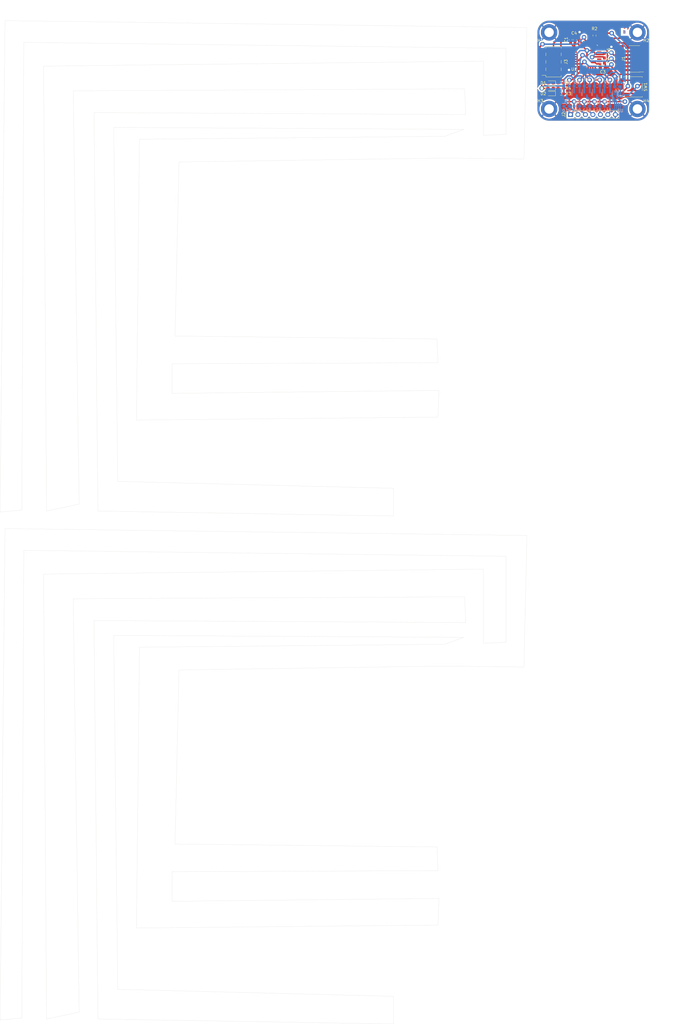
<source format=kicad_pcb>
(kicad_pcb (version 20221018) (generator pcbnew)
  (layers (0 "F.Cu" signal) (31 "B.Cu" signal) (34 "B.Paste" user) (35 "F.Paste" user) (36 "B.SilkS" user "B.Silkscreen") (37 "F.SilkS" user "F.Silkscreen") (38 "B.Mask" user) (39 "F.Mask" user) (44 "Edge.Cuts" user))
  (net 0 "")
  (net 1 "+5V-v2-")
  (net 2 "GND-v2-")
  (net 3 "+3.3V-v2-")
  (net 4 "Net-(D1-K)-v2-")
  (net 6 "Net-(D3-K)-v2-")
  (net 7 "Status_LED-v2-")
  (net 8 "Data_Clock_SNES-v2-")
  (net 9 "Data_Latch_SNES-v2-")
  (net 10 "Net-(D2-K)-v2-")
  (net 11 "Serial_Data1_SNES-v2-")
  (net 12 "Serial_Data2_SNES-v2-")
  (net 13 "SPI_Chip_Select-v2-")
  (net 14 "Chip_Enable-v2-")
  (net 15 "SPI_Digital_Input-v2-")
  (net 16 "SPI_Clock-v2-")
  (net 17 "SPI_Digital_Output-v2-")
  (net 18 "IOBit_SNES-v2-")
  (net 19 "Data_Clock_STM32-v2-")
  (net 20 "Data_Latch_STM32-v2-")
  (net 21 "Appairing_Btn-v2-")
  (net 22 "Net-(U2-BP)-v2-")
  (net 23 "SWDIO-v2-")
  (net 24 "SWDCK-v2-")
  (net 27 "NRST-v2-")
  (net 28 "USART2_RX-v2-")
  (net 29 "USART2_TX-v2-")
  (net 30 "Serial_Data1_STM32-v2-")
  (net 31 "IOBit_STM32-v2-")
  (net 32 "Serial_Data2_STM32-v2-")
  (footprint "MountingHole:MountingHole_3.2mm_M3_DIN965_Pad" (layer "F.Cu") (at 217.75 31.25)
    (fp_text reference "H4")
    (fp_text value "MountingHole_Pad")
  )
  (footprint "Capacitor_SMD:C_0603_1608Metric_Pad1.08x0.95mm_HandSolder" (layer "F.Cu") (at 196.55 7.75 90)
    (fp_text reference "C4")
    (fp_text value "100n")
  )
  (footprint "Package_QFP:LQFP-32_7x7mm_P0.8mm" (layer "F.Cu") (at 200.6 13.15 180)
    (fp_text reference "U1")
    (fp_text value "STM32L412KBTx")
  )
  (footprint "Resistor_SMD:R_0603_1608Metric_Pad0.98x0.95mm_HandSolder" (layer "F.Cu") (at 203.17 6.32 90)
    (fp_text reference "R2")
    (fp_text value "10k")
  )
  (footprint "Diode_SMD:D_0603_1608Metric_Pad1.05x0.95mm_HandSolder" (layer "F.Cu") (at 188.26875 26.05 180)
    (fp_text reference "D2")
    (fp_text value "LED_Small")
  )
  (footprint "MountingHole:MountingHole_3.2mm_M3_DIN965_Pad" (layer "F.Cu") (at 187.75 5.25)
    (fp_text reference "H1")
    (fp_text value "MountingHole_Pad")
  )
  (footprint "Diode_SMD:D_0603_1608Metric_Pad1.05x0.95mm_HandSolder" (layer "F.Cu") (at 188.26875 24.25 180)
    (fp_text reference "D3")
    (fp_text value "LED")
  )
  (footprint "Connector_PinSocket_2.54mm:PinSocket_2x04_P2.54mm_Vertical_SMD" (layer "F.Cu") (at 189.25 15.25 180)
    (fp_text reference "J3")
    (fp_text value "Conn_01x08_Socket")
  )
  (footprint "Capacitor_SMD:C_0603_1608Metric_Pad1.08x0.95mm_HandSolder" (layer "F.Cu") (at 206.0025 17.19)
    (fp_text reference "C3")
    (fp_text value "100n")
  )
  (footprint "Diode_SMD:D_0603_1608Metric_Pad1.05x0.95mm_HandSolder" (layer "F.Cu") (at 188.26875 22.45 180)
    (fp_text reference "D1")
    (fp_text value "LED_Small")
  )
  (footprint "Connector_PinHeader_2.54mm:PinHeader_1x07_P2.54mm_Vertical" (layer "F.Cu") (at 195 33.15 90)
    (fp_text reference "J2")
    (fp_text value "Conn_01x07_Socket")
  )
  (footprint "Button_Switch_SMD:SW_SPST_B3S-1000" (layer "F.Cu") (at 216.25 23.75 180)
    (fp_text reference "SW1")
    (fp_text value "SW_SPST")
  )
  (footprint "Capacitor_SMD:C_0603_1608Metric_Pad1.08x0.95mm_HandSolder" (layer "F.Cu") (at 206.51 14.8025 90)
    (fp_text reference "C2")
    (fp_text value "100n")
  )
  (footprint "Connector_PinHeader_1.27mm:PinHeader_2x07_P1.27mm_Vertical_SMD" (layer "F.Cu") (at 216.75 14.25 180)
    (fp_text reference "J1")
    (fp_text value "Conn_02x07_Odd_Even")
  )
  (footprint "Resistor_SMD:R_0603_1608Metric_Pad0.98x0.95mm_HandSolder" (layer "F.Cu") (at 191.76875 26.05)
    (fp_text reference "R3")
    (fp_text value "1k")
  )
  (footprint "Capacitor_SMD:C_0603_1608Metric_Pad1.08x0.95mm_HandSolder" (layer "F.Cu") (at 195.05 7.75 90)
    (fp_text reference "C1")
    (fp_text value "10u")
  )
  (footprint "Resistor_SMD:R_0603_1608Metric_Pad0.98x0.95mm_HandSolder" (layer "F.Cu") (at 191.76875 24.25)
    (fp_text reference "R4")
    (fp_text value "1k")
  )
  (footprint "MountingHole:MountingHole_3.2mm_M3_DIN965_Pad" (layer "F.Cu") (at 187.75 31.25)
    (fp_text reference "H3")
    (fp_text value "MountingHole_Pad")
  )
  (footprint "Resistor_SMD:R_0603_1608Metric_Pad0.98x0.95mm_HandSolder" (layer "F.Cu") (at 191.76875 22.45)
    (fp_text reference "R1")
    (fp_text value "1k")
  )
  (footprint "Capacitor_SMD:C_0603_1608Metric_Pad1.08x0.95mm_HandSolder" (layer "F.Cu") (at 206.51 11.5 90)
    (fp_text reference "C5")
    (fp_text value "100n")
  )
  (footprint "MountingHole:MountingHole_3.2mm_M3_DIN965_Pad" (layer "F.Cu") (at 217.75 5.25)
    (fp_text reference "H2")
    (fp_text value "MountingHole_Pad")
  )
  (footprint "Package_SO:MSOP-8_3x3mm_P0.65mm" (layer "B.Cu") (at 211.0125 27.9 -90)
    (fp_text reference "U2")
    (fp_text value "MIC5219-3.3YMM")
  )
  (footprint "Resistor_SMD:R_0603_1608Metric_Pad0.98x0.95mm_HandSolder" (layer "B.Cu") (at 197.15 30.35)
    (fp_text reference "R11")
    (fp_text value "10k")
  )
  (footprint "Resistor_SMD:R_0603_1608Metric_Pad0.98x0.95mm_HandSolder" (layer "B.Cu") (at 207.5 30.35)
    (fp_text reference "R14")
    (fp_text value "10k")
  )
  (footprint "Resistor_SMD:R_0603_1608Metric_Pad0.98x0.95mm_HandSolder" (layer "B.Cu") (at 200.6 23.45)
    (fp_text reference "R7")
    (fp_text value "10k")
  )
  (footprint "Package_TO_SOT_SMD:SOT-23" (layer "B.Cu") (at 207.5 26.15 -90)
    (fp_text reference "Q5")
    (fp_text value "2N7002")
  )
  (footprint "Resistor_SMD:R_0603_1608Metric_Pad0.98x0.95mm_HandSolder" (layer "B.Cu") (at 204.05 23.45)
    (fp_text reference "R8")
    (fp_text value "10k")
  )
  (footprint "Resistor_SMD:R_0603_1608Metric_Pad0.98x0.95mm_HandSolder" (layer "B.Cu") (at 204.05 30.35)
    (fp_text reference "R13")
    (fp_text value "10k")
  )
  (footprint "Resistor_SMD:R_0603_1608Metric_Pad0.98x0.95mm_HandSolder" (layer "B.Cu") (at 193.7 23.45)
    (fp_text reference "R5")
    (fp_text value "10k")
  )
  (footprint "Resistor_SMD:R_0603_1608Metric_Pad0.98x0.95mm_HandSolder" (layer "B.Cu") (at 193.7 30.35)
    (fp_text reference "R10")
    (fp_text value "10k")
  )
  (footprint "Package_TO_SOT_SMD:SOT-23" (layer "B.Cu") (at 204.05 26.15 -90)
    (fp_text reference "Q4")
    (fp_text value "2N7002")
  )
  (footprint "Capacitor_SMD:C_0603_1608Metric_Pad1.08x0.95mm_HandSolder" (layer "B.Cu") (at 210.9 22.2 180)
    (fp_text reference "C7")
    (fp_text value "2.2u")
  )
  (footprint "Capacitor_SMD:C_0603_1608Metric_Pad1.08x0.95mm_HandSolder" (layer "B.Cu") (at 210.9 23.7 180)
    (fp_text reference "C6")
    (fp_text value "470p")
  )
  (footprint "Resistor_SMD:R_0603_1608Metric_Pad0.98x0.95mm_HandSolder" (layer "B.Cu") (at 200.6 30.35)
    (fp_text reference "R12")
    (fp_text value "10k")
  )
  (footprint "Resistor_SMD:R_0603_1608Metric_Pad0.98x0.95mm_HandSolder" (layer "B.Cu") (at 207.5 23.45)
    (fp_text reference "R9")
    (fp_text value "10k")
  )
  (footprint "Package_TO_SOT_SMD:SOT-23" (layer "B.Cu") (at 200.6 26.15 -90)
    (fp_text reference "Q3")
    (fp_text value "2N7002")
  )
  (footprint "Resistor_SMD:R_0603_1608Metric_Pad0.98x0.95mm_HandSolder" (layer "B.Cu") (at 197.15 23.45)
    (fp_text reference "R6")
    (fp_text value "10k")
  )
  (footprint "Package_TO_SOT_SMD:SOT-23" (layer "B.Cu") (at 197.15 26.15 -90)
    (fp_text reference "Q2")
    (fp_text value "2N7002")
  )
  (footprint "Package_TO_SOT_SMD:SOT-23" (layer "B.Cu") (at 193.7 26.15 -90)
    (fp_text reference "Q1")
    (fp_text value "2N7002")
  )
  (gr_line (start 173.159937 39.85989) (end 165.439937 40.19989) (stroke (width 0.05)) (layer "Edge.Cuts"))
  (gr_line (start 47.589937 136.89989) (end 149.999937 135.88989) (stroke (width 0.05)) (layer "Edge.Cuts"))
  (gr_line (start 33.149937 32.47989) (end 34.489937 167.78989) (stroke (width 0.05)) (layer "Edge.Cuts"))
  (gr_line (start 47.589937 309.39989) (end 149.999937 308.38989) (stroke (width 0.05)) (layer "Edge.Cuts"))
  (gr_line (start 159.399937 205.64989) (end 33.149937 204.97989) (stroke (width 0.05)) (layer "Edge.Cuts"))
  (gr_line (start 158.729937 210.68989) (end 152.349937 213.03989) (stroke (width 0.05)) (layer "Edge.Cuts"))
  (gr_line (start 2.929937 1.24989) (end 1.249937 168.12989) (stroke (width 0.05)) (layer "Edge.Cuts"))
  (gr_arc (start 187.75 35.25) (mid 184.921573 34.078427) (end 183.75 31.25) (stroke (width 0.1)) (layer "Edge.Cuts"))
  (gr_line (start 8.639937 339.94989) (end 9.309937 181.13989) (stroke (width 0.05)) (layer "Edge.Cuts"))
  (gr_line (start 149.999937 308.38989) (end 150.329937 299.32989) (stroke (width 0.05)) (layer "Edge.Cuts"))
  (gr_line (start 134.889937 332.56989) (end 41.209937 330.21989) (stroke (width 0.05)) (layer "Edge.Cuts"))
  (gr_line (start 152.349937 40.53989) (end 48.599937 41.53989) (stroke (width 0.05)) (layer "Edge.Cuts"))
  (gr_line (start 179.209937 220.75989) (end 180.219937 176.09989) (stroke (width 0.05)) (layer "Edge.Cuts"))
  (gr_line (start 48.599937 214.03989) (end 47.589937 309.39989) (stroke (width 0.05)) (layer "Edge.Cuts"))
  (gr_line (start 159.059937 196.91989) (end 159.399937 205.64989) (stroke (width 0.05)) (layer "Edge.Cuts"))
  (gr_line (start 217.75 35.25) (end 187.75 35.25) (stroke (width 0.1)) (layer "Edge.Cuts"))
  (gr_line (start 180.219937 3.59989) (end 2.929937 1.24989) (stroke (width 0.05)) (layer "Edge.Cuts"))
  (gr_line (start 165.439937 15.01989) (end 16.029937 16.69989) (stroke (width 0.05)) (layer "Edge.Cuts"))
  (gr_line (start 149.999937 117.42989) (end 149.659937 109.36989) (stroke (width 0.05)) (layer "Edge.Cuts"))
  (gr_line (start 149.659937 109.36989) (end 60.679937 108.35989) (stroke (width 0.05)) (layer "Edge.Cuts"))
  (gr_line (start 1.249937 340.62989) (end 8.639937 339.94989) (stroke (width 0.05)) (layer "Edge.Cuts"))
  (gr_line (start 60.679937 280.85989) (end 62.029937 221.76989) (stroke (width 0.05)) (layer "Edge.Cuts"))
  (gr_line (start 8.639937 167.44989) (end 9.309937 8.63989) (stroke (width 0.05)) (layer "Edge.Cuts"))
  (gr_line (start 134.889937 160.06989) (end 41.209937 157.71989) (stroke (width 0.05)) (layer "Edge.Cuts"))
  (gr_line (start 34.489937 167.78989) (end 134.889937 169.46989) (stroke (width 0.05)) (layer "Edge.Cuts"))
  (gr_line (start 153.019937 220.41989) (end 179.209937 220.75989) (stroke (width 0.05)) (layer "Edge.Cuts"))
  (gr_line (start 221.75 5.25) (end 221.75 31.25) (stroke (width 0.1)) (layer "Edge.Cuts"))
  (gr_line (start 59.679937 290.25989) (end 149.999937 289.92989) (stroke (width 0.05)) (layer "Edge.Cuts"))
  (gr_line (start 62.029937 49.26989) (end 153.019937 47.91989) (stroke (width 0.05)) (layer "Edge.Cuts"))
  (gr_line (start 59.679937 300.32989) (end 59.679937 290.25989) (stroke (width 0.05)) (layer "Edge.Cuts"))
  (gr_line (start 165.439937 187.51989) (end 16.029937 189.19989) (stroke (width 0.05)) (layer "Edge.Cuts"))
  (gr_line (start 16.029937 189.19989) (end 17.039937 340.28989) (stroke (width 0.05)) (layer "Edge.Cuts"))
  (gr_line (start 9.309937 181.13989) (end 173.159937 183.14989) (stroke (width 0.05)) (layer "Edge.Cuts"))
  (gr_line (start 173.159937 183.14989) (end 173.159937 212.35989) (stroke (width 0.05)) (layer "Edge.Cuts"))
  (gr_line (start 183.75 31.25) (end 183.75 5.25) (stroke (width 0.1)) (layer "Edge.Cuts"))
  (gr_arc (start 221.75 31.25) (mid 220.578427 34.078427) (end 217.75 35.25) (stroke (width 0.1)) (layer "Edge.Cuts"))
  (gr_line (start 165.439937 212.69989) (end 165.439937 187.51989) (stroke (width 0.05)) (layer "Edge.Cuts"))
  (gr_line (start 152.349937 213.03989) (end 48.599937 214.03989) (stroke (width 0.05)) (layer "Edge.Cuts"))
  (gr_line (start 17.039937 167.78989) (end 28.119937 165.43989) (stroke (width 0.05)) (layer "Edge.Cuts"))
  (gr_line (start 134.889937 169.46989) (end 134.889937 160.06989) (stroke (width 0.05)) (layer "Edge.Cuts"))
  (gr_line (start 26.099937 197.58989) (end 159.059937 196.91989) (stroke (width 0.05)) (layer "Edge.Cuts"))
  (gr_line (start 41.209937 330.21989) (end 39.869937 210.00989) (stroke (width 0.05)) (layer "Edge.Cuts"))
  (gr_line (start 179.209937 48.25989) (end 180.219937 3.59989) (stroke (width 0.05)) (layer "Edge.Cuts"))
  (gr_line (start 59.679937 117.75989) (end 149.999937 117.42989) (stroke (width 0.05)) (layer "Edge.Cuts"))
  (gr_line (start 165.439937 40.19989) (end 165.439937 15.01989) (stroke (width 0.05)) (layer "Edge.Cuts"))
  (gr_line (start 59.679937 127.82989) (end 59.679937 117.75989) (stroke (width 0.05)) (layer "Edge.Cuts"))
  (gr_line (start 173.159937 212.35989) (end 165.439937 212.69989) (stroke (width 0.05)) (layer "Edge.Cuts"))
  (gr_line (start 39.869937 210.00989) (end 158.729937 210.68989) (stroke (width 0.05)) (layer "Edge.Cuts"))
  (gr_line (start 41.209937 157.71989) (end 39.869937 37.50989) (stroke (width 0.05)) (layer "Edge.Cuts"))
  (gr_line (start 28.119937 165.43989) (end 26.099937 25.08989) (stroke (width 0.05)) (layer "Edge.Cuts"))
  (gr_line (start 159.399937 33.14989) (end 33.149937 32.47989) (stroke (width 0.05)) (layer "Edge.Cuts"))
  (gr_line (start 34.489937 340.28989) (end 134.889937 341.96989) (stroke (width 0.05)) (layer "Edge.Cuts"))
  (gr_line (start 17.039937 340.28989) (end 28.119937 337.93989) (stroke (width 0.05)) (layer "Edge.Cuts"))
  (gr_line (start 150.329937 299.32989) (end 59.679937 300.32989) (stroke (width 0.05)) (layer "Edge.Cuts"))
  (gr_line (start 62.029937 221.76989) (end 153.019937 220.41989) (stroke (width 0.05)) (layer "Edge.Cuts"))
  (gr_line (start 28.119937 337.93989) (end 26.099937 197.58989) (stroke (width 0.05)) (layer "Edge.Cuts"))
  (gr_line (start 149.999937 135.88989) (end 150.329937 126.82989) (stroke (width 0.05)) (layer "Edge.Cuts"))
  (gr_line (start 1.249937 168.12989) (end 8.639937 167.44989) (stroke (width 0.05)) (layer "Edge.Cuts"))
  (gr_line (start 134.889937 341.96989) (end 134.889937 332.56989) (stroke (width 0.05)) (layer "Edge.Cuts"))
  (gr_arc (start 183.75 5.25) (mid 184.921573 2.421573) (end 187.75 1.25) (stroke (width 0.1)) (layer "Edge.Cuts"))
  (gr_line (start 173.159937 10.64989) (end 173.159937 39.85989) (stroke (width 0.05)) (layer "Edge.Cuts"))
  (gr_line (start 150.329937 126.82989) (end 59.679937 127.82989) (stroke (width 0.05)) (layer "Edge.Cuts"))
  (gr_line (start 2.929937 173.74989) (end 1.249937 340.62989) (stroke (width 0.05)) (layer "Edge.Cuts"))
  (gr_line (start 153.019937 47.91989) (end 179.209937 48.25989) (stroke (width 0.05)) (layer "Edge.Cuts"))
  (gr_line (start 60.679937 108.35989) (end 62.029937 49.26989) (stroke (width 0.05)) (layer "Edge.Cuts"))
  (gr_line (start 26.099937 25.08989) (end 159.059937 24.41989) (stroke (width 0.05)) (layer "Edge.Cuts"))
  (gr_line (start 16.029937 16.69989) (end 17.039937 167.78989) (stroke (width 0.05)) (layer "Edge.Cuts"))
  (gr_line (start 187.75 1.25) (end 217.75 1.25) (stroke (width 0.1)) (layer "Edge.Cuts"))
  (gr_line (start 149.999937 289.92989) (end 149.659937 281.86989) (stroke (width 0.05)) (layer "Edge.Cuts"))
  (gr_line (start 149.659937 281.86989) (end 60.679937 280.85989) (stroke (width 0.05)) (layer "Edge.Cuts"))
  (gr_line (start 39.869937 37.50989) (end 158.729937 38.18989) (stroke (width 0.05)) (layer "Edge.Cuts"))
  (gr_line (start 33.149937 204.97989) (end 34.489937 340.28989) (stroke (width 0.05)) (layer "Edge.Cuts"))
  (gr_arc (start 217.75 1.25) (mid 220.578427 2.421573) (end 221.75 5.25) (stroke (width 0.1)) (layer "Edge.Cuts"))
  (gr_line (start 9.309937 8.63989) (end 173.159937 10.64989) (stroke (width 0.05)) (layer "Edge.Cuts"))
  (gr_line (start 159.059937 24.41989) (end 159.399937 33.14989) (stroke (width 0.05)) (layer "Edge.Cuts"))
  (gr_line (start 180.219937 176.09989) (end 2.929937 173.74989) (stroke (width 0.05)) (layer "Edge.Cuts"))
  (gr_line (start 48.599937 41.53989) (end 47.589937 136.89989) (stroke (width 0.05)) (layer "Edge.Cuts"))
  (gr_line (start 158.729937 38.18989) (end 152.349937 40.53989) (stroke (width 0.05)) (layer "Edge.Cuts"))
  (gr_text "SNES Plug" (at 205.75 3.75) (layer "F.Cu") (effects (font (size 1 1)) (justify left bottom)))
  (gr_text "T" (at 212.75 5.75) (layer "F.Cu") (effects (font (size 1 1)) (justify left bottom)))
  (gr_text "B" (at 212.75 5.75) (layer "B.Cu") (effects (font (size 1 1)) (justify left bottom)))
  (segment (start 187.39375 26.05) (end 187.39375 26.084561) (width 0.5) (layer "F.Cu") (net 1))
  (segment (start 196.2375 28.75) (end 196.2375 31.9125) (width 0.5) (layer "F.Cu") (net 1))
  (segment (start 187.39375 26.084561) (end 188.809189 27.5) (width 0.5) (layer "F.Cu") (net 1))
  (segment (start 203.1375 28.75) (end 206.5875 28.75) (width 0.5) (layer "F.Cu") (net 1))
  (segment (start 203.1375 28.75) (end 199.6875 28.75) (width 0.5) (layer "F.Cu") (net 1))
  (segment (start 188.809189 27.5) (end 190.25 27.5) (width 0.5) (layer "F.Cu") (net 1))
  (segment (start 190.25 27.5) (end 191.5 28.75) (width 0.5) (layer "F.Cu") (net 1))
  (segment (start 196.2375 31.9125) (end 195 33.15) (width 0.5) (layer "F.Cu") (net 1))
  (segment (start 196.2375 28.75) (end 199.6875 28.75) (width 0.3) (layer "F.Cu") (net 1))
  (segment (start 206.5875 28.75) (end 213.5 28.75) (width 0.5) (layer "F.Cu") (net 1))
  (segment (start 191.5 28.75) (end 196.2375 28.75) (width 0.5) (layer "F.Cu") (net 1))
  (via (at 203.1375 28.75) (size 1.6) (drill 0.8) (layers "F.Cu" "B.Cu") (net 1))
  (via (at 196.2375 28.75) (size 1.6) (drill 0.8) (layers "F.Cu" "B.Cu") (net 1))
  (via (at 206.5875 28.75) (size 1.6) (drill 0.8) (layers "F.Cu" "B.Cu") (net 1))
  (via (at 199.6875 28.75) (size 1.6) (drill 0.8) (layers "F.Cu" "B.Cu") (net 1))
  (via (at 213.5 28.75) (size 1.6) (drill 0.8) (layers "F.Cu" "B.Cu") (net 1))
  (segment (start 213.4 28.65) (end 212.106739 28.65) (width 0.5) (layer "B.Cu") (net 1))
  (segment (start 195 33.15) (end 195 32.5625) (width 0.5) (layer "B.Cu") (net 1))
  (segment (start 195 32.5625) (end 192.7875 30.35) (width 0.5) (layer "B.Cu") (net 1))
  (segment (start 206.5875 28.75) (end 206.5875 30.35) (width 0.5) (layer "B.Cu") (net 1))
  (segment (start 210.6875 25.7875) (end 210.6875 27.230761) (width 0.3) (layer "B.Cu") (net 1))
  (segment (start 199.6875 28.75) (end 199.6875 30.35) (width 0.5) (layer "B.Cu") (net 1))
  (segment (start 213.5 28.75) (end 213.4 28.65) (width 0.5) (layer "B.Cu") (net 1))
  (segment (start 212.106739 28.65) (end 210.6875 27.230761) (width 0.5) (layer "B.Cu") (net 1))
  (segment (start 203.1375 28.75) (end 203.1375 30.35) (width 0.5) (layer "B.Cu") (net 1))
  (segment (start 196.2375 30.35) (end 196.2375 28.75) (width 0.5) (layer "B.Cu") (net 1))
  (segment (start 193.44 19.06) (end 191.77 19.06) (width 0.5) (layer "F.Cu") (net 2))
  (segment (start 205.84 18.215) (end 206.865 17.19) (width 0.5) (layer "F.Cu") (net 2))
  (segment (start 206.865 17.19) (end 206.865 16.02) (width 0.5) (layer "F.Cu") (net 2))
  (segment (start 194.5 18) (end 193.44 19.06) (width 0.5) (layer "F.Cu") (net 2))
  (segment (start 206.51 15.665) (end 206.51 15.591193) (width 0.5) (layer "F.Cu") (net 2))
  (segment (start 197.8 5.45) (end 197.8 8.975) (width 0.5) (layer "F.Cu") (net 2))
  (segment (start 196.55 6.8875) (end 196.55 6.7) (width 0.5) (layer "F.Cu") (net 2))
  (segment (start 207.535 11.6625) (end 206.51 10.6375) (width 0.5) (layer "F.Cu") (net 2))
  (segment (start 208.411689 10.6375) (end 206.51 10.6375) (width 0.5) (layer "F.Cu") (net 2))
  (segment (start 204.29 18.215) (end 205.84 18.215) (width 0.5) (layer "F.Cu") (net 2))
  (segment (start 207.535 14.566193) (end 207.535 11.6625) (width 0.5) (layer "F.Cu") (net 2))
  (segment (start 195.05 6.8875) (end 196.55 6.8875) (width 0.5) (layer "F.Cu") (net 2))
  (segment (start 198.1 5.15) (end 197.8 5.45) (width 0.5) (layer "F.Cu") (net 2))
  (segment (start 196.55 6.7) (end 198.1 5.15) (width 0.5) (layer "F.Cu") (net 2))
  (segment (start 206.865 16.02) (end 206.51 15.665) (width 0.5) (layer "F.Cu") (net 2))
  (segment (start 203.4 17.325) (end 204.29 18.215) (width 0.5) (layer "F.Cu") (net 2))
  (segment (start 206.51 15.591193) (end 207.535 14.566193) (width 0.5) (layer "F.Cu") (net 2))
  (segment (start 208.899189 10.15) (end 208.411689 10.6375) (width 0.5) (layer "F.Cu") (net 2))
  (via (at 194.5 18) (size 1.6) (drill 0.8) (layers "F.Cu" "B.Cu") (net 2))
  (via (at 208.899189 10.15) (size 1.6) (drill 0.8) (layers "F.Cu" "B.Cu") (net 2))
  (via (at 198.1 5.15) (size 1.6) (drill 0.8) (layers "F.Cu" "B.Cu") (net 2))
  (via (at 210.0375 20.15) (size 1.6) (drill 0.8) (layers "F.Cu" "B.Cu") (net 2))
  (segment (start 210.0375 20.1875) (end 210 20.15) (width 0.5) (layer "B.Cu") (net 2))
  (segment (start 206.15 10.15) (end 201.15 5.15) (width 0.5) (layer "B.Cu") (net 2))
  (segment (start 208.899189 10.15) (end 206.15 10.15) (width 0.5) (layer "B.Cu") (net 2))
  (segment (start 210.0375 22.2) (end 210.0375 23.7) (width 0.5) (layer "B.Cu") (net 2))
  (segment (start 201.15 5.15) (end 198.1 5.15) (width 0.5) (layer "B.Cu") (net 2))
  (segment (start 210.0375 22.2) (end 210.0375 20.15) (width 0.5) (layer "B.Cu") (net 2))
  (segment (start 196.425 10.35) (end 196.425 8.7375) (width 0.5) (layer "F.Cu") (net 3))
  (segment (start 205.14 16.315) (end 204.775 15.95) (width 0.5) (layer "F.Cu") (net 3))
  (segment (start 220.4 16.79) (end 220.75 17.14) (width 0.5) (layer "F.Cu") (net 3))
  (segment (start 202.4 11.4) (end 200.6 11.4) (width 0.5) (layer "F.Cu") (net 3))
  (segment (start 203.870406 15.95) (end 203.420406 15.5) (width 0.5) (layer "F.Cu") (net 3))
  (segment (start 206.51 12.3625) (end 206.1225 12.75) (width 0.5) (layer "F.Cu") (net 3))
  (segment (start 218.7 16.79) (end 220.4 16.79) (width 0.5) (layer "F.Cu") (net 3))
  (segment (start 205.14 17.19) (end 205.14 16.315) (width 0.5) (layer "F.Cu") (net 3))
  (segment (start 204.775 15.95) (end 203.870406 15.95) (width 0.5) (layer "F.Cu") (net 3))
  (segment (start 185.25 24.25) (end 185.25 20.54) (width 0.5) (layer "F.Cu") (net 3))
  (segment (start 204.775 12.75) (end 203.75 12.75) (width 0.5) (layer "F.Cu") (net 3))
  (segment (start 199.55 10.35) (end 196.425 10.35) (width 0.5) (layer "F.Cu") (net 3))
  (segment (start 217.75 23.5) (end 218.225 23.5) (width 0.5) (layer "F.Cu") (net 3))
  (segment (start 220.225 21.5) (end 220.75 20.975) (width 0.5) (layer "F.Cu") (net 3))
  (segment (start 203.420406 15.5) (end 202.290811 15.5) (width 0.5) (layer "F.Cu") (net 3))
  (segment (start 195.05 8.975) (end 196.425 10.35) (width 0.5) (layer "F.Cu") (net 3))
  (segment (start 202.290811 15.5) (end 200.6 13.809189) (width 0.5) (layer "F.Cu") (net 3))
  (segment (start 195.05 8.6125) (end 195.05 8.975) (width 0.5) (layer "F.Cu") (net 3))
  (segment (start 196.425 8.7375) (end 196.55 8.6125) (width 0.5) (layer "F.Cu") (net 3))
  (segment (start 218.225 23.5) (end 220.225 21.5) (width 0.5) (layer "F.Cu") (net 3))
  (segment (start 200.6 13.809189) (end 200.6 11.4) (width 0.5) (layer "F.Cu") (net 3))
  (segment (start 212.275 21.5) (end 220.225 21.5) (width 0.5) (layer "F.Cu") (net 3))
  (segment (start 187.39375 24.25) (end 185.25 24.25) (width 0.5) (layer "F.Cu") (net 3))
  (segment (start 200.6 11.4) (end 199.55 10.35) (width 0.5) (layer "F.Cu") (net 3))
  (segment (start 185.25 20.54) (end 186.73 19.06) (width 0.5) (layer "F.Cu") (net 3))
  (segment (start 203.75 12.75) (end 202.4 11.4) (width 0.5) (layer "F.Cu") (net 3))
  (segment (start 220.75 20.975) (end 220.75 17.14) (width 0.5) (layer "F.Cu") (net 3))
  (segment (start 206.1225 12.75) (end 204.775 12.75) (width 0.5) (layer "F.Cu") (net 3))
  (via (at 200.6 11.4) (size 1.6) (drill 0.8) (layers "F.Cu" "B.Cu") (net 3))
  (via (at 217.75 23.5) (size 1.6) (drill 0.8) (layers "F.Cu" "B.Cu") (net 3))
  (via (at 185.25 24.25) (size 1.6) (drill 0.8) (layers "F.Cu" "B.Cu") (net 3))
  (segment (start 203.1375 21.115811) (end 203.1375 23.45) (width 0.5) (layer "B.Cu") (net 3))
  (segment (start 213 26.506739) (end 212.356739 27.15) (width 0.5) (layer "B.Cu") (net 3))
  (segment (start 186.05 23.45) (end 192.7875 23.45) (width 0.5) (layer "B.Cu") (net 3))
  (segment (start 199.65 25.2125) (end 199.65 23.4875) (width 0.5) (layer "B.Cu") (net 3))
  (segment (start 196.2 23.4875) (end 196.2375 23.45) (width 0.5) (layer "B.Cu") (net 3))
  (segment (start 211.7625 19.965811) (end 210.596689 18.8) (width 0.5) (layer "B.Cu") (net 3))
  (segment (start 210.596689 18.8) (end 208.903311 18.8) (width 0.5) (layer "B.Cu") (net 3))
  (segment (start 198.35 11.4) (end 197.303311 12.446689) (width 0.5) (layer "B.Cu") (net 3))
  (segment (start 206.5875 21.115811) (end 205.521689 20.05) (width 0.5) (layer "B.Cu") (net 3))
  (segment (start 200.753311 20.05) (end 202.071689 20.05) (width 0.5) (layer "B.Cu") (net 3))
  (segment (start 199.6875 23.45) (end 199.6875 21.115811) (width 0.5) (layer "B.Cu") (net 3))
  (segment (start 213 26.506739) (end 213 22.75) (width 0.5) (layer "B.Cu") (net 3))
  (segment (start 206.55 25.2125) (end 206.55 23.4875) (width 0.5) (layer "B.Cu") (net 3))
  (segment (start 194.053311 20.05) (end 195.171689 20.05) (width 0.5) (layer "B.Cu") (net 3))
  (segment (start 198.621689 20.05) (end 197.303311 20.05) (width 0.5) (layer "B.Cu") (net 3))
  (segment (start 211.7625 22.2) (end 211.7625 19.965811) (width 0.5) (layer "B.Cu") (net 3))
  (segment (start 192.75 25.2125) (end 192.75 23.4875) (width 0.5) (layer "B.Cu") (net 3))
  (segment (start 214.743261 26.506739) (end 217.75 23.5) (width 0.5) (layer "B.Cu") (net 3))
  (segment (start 199.65 23.4875) (end 199.6875 23.45) (width 0.5) (layer "B.Cu") (net 3))
  (segment (start 208.903311 18.8) (end 206.5875 21.115811) (width 0.5) (layer "B.Cu") (net 3))
  (segment (start 197.303311 20.05) (end 196.2375 21.115811) (width 0.5) (layer "B.Cu") (net 3))
  (segment (start 212.356739 27.15) (end 211.759683 27.15) (width 0.5) (layer "B.Cu") (net 3))
  (segment (start 204.203311 20.05) (end 203.1375 21.115811) (width 0.5) (layer "B.Cu") (net 3))
  (segment (start 202.071689 20.05) (end 203.1375 21.115811) (width 0.5) (layer "B.Cu") (net 3))
  (segment (start 213 22.75) (end 212.45 22.2) (width 0.5) (layer "B.Cu") (net 3))
  (segment (start 192.7875 23.45) (end 192.7875 21.315811) (width 0.5) (layer "B.Cu") (net 3))
  (segment (start 200.6 11.4) (end 198.35 11.4) (width 0.5) (layer "B.Cu") (net 3))
  (segment (start 192.75 23.4875) (end 192.7875 23.45) (width 0.5) (layer "B.Cu") (net 3))
  (segment (start 196.2375 21.115811) (end 196.2375 23.45) (width 0.5) (layer "B.Cu") (net 3))
  (segment (start 203.1 23.4875) (end 203.1375 23.45) (width 0.5) (layer "B.Cu") (net 3))
  (segment (start 212.45 22.2) (end 211.7625 22.2) (width 0.5) (layer "B.Cu") (net 3))
  (segment (start 211.3375 25.7875) (end 211.3375 26.727817) (width 0.3) (layer "B.Cu") (net 3))
  (segment (start 196.2 25.2125) (end 196.2 23.4875) (width 0.5) (layer "B.Cu") (net 3))
  (segment (start 199.6875 21.115811) (end 198.621689 20.05) (width 0.5) (layer "B.Cu") (net 3))
  (segment (start 192.7875 21.315811) (end 194.053311 20.05) (width 0.5) (layer "B.Cu") (net 3))
  (segment (start 206.55 23.4875) (end 206.5875 23.45) (width 0.5) (layer "B.Cu") (net 3))
  (segment (start 203.1 25.2125) (end 203.1 23.4875) (width 0.5) (layer "B.Cu") (net 3))
  (segment (start 195.171689 20.05) (end 196.2375 21.115811) (width 0.5) (layer "B.Cu") (net 3))
  (segment (start 199.6875 21.115811) (end 200.753311 20.05) (width 0.5) (layer "B.Cu") (net 3))
  (segment (start 214.743261 26.506739) (end 213 26.506739) (width 0.5) (layer "B.Cu") (net 3))
  (segment (start 205.521689 20.05) (end 204.203311 20.05) (width 0.5) (layer "B.Cu") (net 3))
  (segment (start 206.5875 23.45) (end 206.5875 21.115811) (width 0.5) (layer "B.Cu") (net 3))
  (segment (start 197.303311 12.446689) (end 197.303311 20.05) (width 0.5) (layer "B.Cu") (net 3))
  (segment (start 211.3375 26.727817) (end 211.759683 27.15) (width 0.3) (layer "B.Cu") (net 3))
  (segment (start 185.25 24.25) (end 186.05 23.45) (width 0.5) (layer "B.Cu") (net 3))
  (segment (start 190.85625 22.45) (end 189.14375 22.45) (width 0.5) (layer "F.Cu") (net 4))
  (segment (start 190.85625 24.25) (end 189.14375 24.25) (width 0.5) (layer "F.Cu") (net 6))
  (segment (start 187.39375 22.45) (end 188.41875 21.425) (width 0.5) (layer "F.Cu") (net 7))
  (segment (start 195.125 20) (end 197.8 17.325) (width 0.5) (layer "F.Cu") (net 7))
  (segment (start 194 20) (end 195.125 20) (width 0.5) (layer "F.Cu") (net 7))
  (segment (start 192.575 21.425) (end 194 20) (width 0.5) (layer "F.Cu") (net 7))
  (segment (start 188.41875 21.425) (end 192.575 21.425) (width 0.5) (layer "F.Cu") (net 7))
  (segment (start 196.75 31.75) (end 196.0125 31.75) (width 0.5) (layer "B.Cu") (net 8))
  (segment (start 194.6125 28) (end 193.7 27.0875) (width 0.5) (layer "B.Cu") (net 8))
  (segment (start 197.54 33.15) (end 197.54 32.54) (width 0.5) (layer "B.Cu") (net 8))
  (segment (start 194.6125 30.35) (end 194.6125 28) (width 0.5) (layer "B.Cu") (net 8))
  (segment (start 197.54 32.54) (end 196.75 31.75) (width 0.5) (layer "B.Cu") (net 8))
  (segment (start 196.0125 31.75) (end 194.6125 30.35) (width 0.5) (layer "B.Cu") (net 8))
  (segment (start 198.0625 31.2125) (end 200 33.15) (width 0.5) (layer "B.Cu") (net 9))
  (segment (start 198.0625 30.35) (end 198.0625 28) (width 0.5) (layer "B.Cu") (net 9))
  (segment (start 198.0625 28) (end 197.15 27.0875) (width 0.5) (layer "B.Cu") (net 9))
  (segment (start 198.0625 30.35) (end 198.0625 31.2125) (width 0.5) (layer "B.Cu") (net 9))
  (segment (start 189.14375 26.05) (end 190.85625 26.05) (width 0.5) (layer "F.Cu") (net 10))
  (segment (start 201.5125 30.35) (end 201.5125 32.1625) (width 0.5) (layer "B.Cu") (net 11))
  (segment (start 201.5125 30.35) (end 201.5125 28) (width 0.5) (layer "B.Cu") (net 11))
  (segment (start 201.5125 32.1625) (end 202.5 33.15) (width 0.5) (layer "B.Cu") (net 11))
  (segment (start 201.5125 28) (end 200.6 27.0875) (width 0.5) (layer "B.Cu") (net 11))
  (segment (start 204.9625 30.35) (end 204.9625 28) (width 0.5) (layer "B.Cu") (net 12))
  (segment (start 204.9625 30.35) (end 204.9625 33.1125) (width 0.5) (layer "B.Cu") (net 12))
  (segment (start 204.9625 28) (end 204.05 27.0875) (width 0.5) (layer "B.Cu") (net 12))
  (segment (start 204.9625 33.1125) (end 205 33.15) (width 0.5) (layer "B.Cu") (net 12))
  (segment (start 188 15.25) (end 186.73 16.52) (width 0.5) (layer "F.Cu") (net 13))
  (segment (start 196.425 11.15) (end 194.85 11.15) (width 0.5) (layer "F.Cu") (net 13))
  (segment (start 193.5 15.25) (end 188 15.25) (width 0.5) (layer "F.Cu") (net 13))
  (segment (start 194.85 11.15) (end 194 12) (width 0.5) (layer "F.Cu") (net 13))
  (segment (start 194 14.75) (end 193.5 15.25) (width 0.5) (layer "F.Cu") (net 13))
  (segment (start 194 12) (end 194 14.75) (width 0.5) (layer "F.Cu") (net 13))
  (segment (start 191.77 16.52) (end 194.23 16.52) (width 0.5) (layer "F.Cu") (net 14))
  (segment (start 195.125 12.345406) (end 195.520406 11.95) (width 0.5) (layer "F.Cu") (net 14))
  (segment (start 194.23 16.52) (end 195.125 15.625) (width 0.5) (layer "F.Cu") (net 14))
  (segment (start 195.125 15.625) (end 195.125 12.345406) (width 0.5) (layer "F.Cu") (net 14))
  (segment (start 195.520406 11.95) (end 196.425 11.95) (width 0.5) (layer "F.Cu") (net 14))
  (segment (start 198.8 3.8) (end 201 6) (width 0.5) (layer "F.Cu") (net 15))
  (segment (start 196.486307 3.8) (end 198.8 3.8) (width 0.5) (layer "F.Cu") (net 15))
  (segment (start 191.77 8.516307) (end 196.486307 3.8) (width 0.5) (layer "F.Cu") (net 15))
  (segment (start 201 6) (end 201 8.975) (width 0.5) (layer "F.Cu") (net 15))
  (segment (start 191.77 11.44) (end 191.77 8.516307) (width 0.5) (layer "F.Cu") (net 15))
  (segment (start 190.77 13.98) (end 189.25 12.46) (width 0.5) (layer "F.Cu") (net 16))
  (segment (start 189.25 12.46) (end 189.25 9) (width 0.5) (layer "F.Cu") (net 16))
  (segment (start 195.75 2.5) (end 199.75 2.5) (width 0.5) (layer "F.Cu") (net 16))
  (segment (start 199.75 2.5) (end 201.8 4.55) (width 0.5) (layer "F.Cu") (net 16))
  (segment (start 201.8 4.55) (end 201.8 8.975) (width 0.5) (layer "F.Cu") (net 16))
  (segment (start 191.77 13.98) (end 190.77 13.98) (width 0.5) (layer "F.Cu") (net 16))
  (segment (start 189.25 9) (end 195.75 2.5) (width 0.5) (layer "F.Cu") (net 16))
  (segment (start 184.68 10.07) (end 185.5 9.25) (width 0.5) (layer "F.Cu") (net 17))
  (segment (start 186.73 13.98) (end 185.73 13.98) (width 0.5) (layer "F.Cu") (net 17))
  (segment (start 200.2 8.070406) (end 200.2 8.975) (width 0.5) (layer "F.Cu") (net 17))
  (segment (start 199.6 7.470406) (end 200.2 8.070406) (width 0.5) (layer "F.Cu") (net 17))
  (segment (start 184.68 12.93) (end 184.68 10.07) (width 0.5) (layer "F.Cu") (net 17))
  (segment (start 185.73 13.98) (end 184.68 12.93) (width 0.5) (layer "F.Cu") (net 17))
  (segment (start 199.6 6.9) (end 199.6 7.470406) (width 0.5) (layer "F.Cu") (net 17))
  (via (at 185.5 9.25) (size 1.6) (drill 0.8) (layers "F.Cu" "B.Cu") (net 17))
  (via (at 199.6 6.9) (size 1.6) (drill 0.8) (layers "F.Cu" "B.Cu") (net 17))
  (segment (start 185.5 9.25) (end 197.25 9.25) (width 0.5) (layer "B.Cu") (net 17))
  (segment (start 197.25 9.25) (end 199.6 6.9) (width 0.5) (layer "B.Cu") (net 17))
  (segment (start 208.4125 32.2375) (end 207.5 33.15) (width 0.5) (layer "B.Cu") (net 18))
  (segment (start 208.4125 30.35) (end 208.4125 32.2375) (width 0.5) (layer "B.Cu") (net 18))
  (segment (start 208.4125 30.35) (end 208.4125 28) (width 0.5) (layer "B.Cu") (net 18))
  (segment (start 208.4125 28) (end 207.5 27.0875) (width 0.5) (layer "B.Cu") (net 18))
  (segment (start 198.6 18.229594) (end 198.6 17.325) (width 0.5) (layer "F.Cu") (net 19))
  (segment (start 195.429594 21.4) (end 198.6 18.229594) (width 0.5) (layer "F.Cu") (net 19))
  (segment (start 194.6125 21.4) (end 195.429594 21.4) (width 0.5) (layer "F.Cu") (net 19))
  (via (at 194.6125 21.4) (size 1.6) (drill 0.8) (layers "F.Cu" "B.Cu") (net 19))
  (segment (start 194.65 23.4875) (end 194.6125 23.45) (width 0.5) (layer "B.Cu") (net 19))
  (segment (start 194.6125 23.45) (end 194.6125 21.4) (width 0.5) (layer "B.Cu") (net 19))
  (segment (start 194.65 25.2125) (end 194.65 23.4875) (width 0.5) (layer "B.Cu") (net 19))
  (segment (start 198.0625 21.4) (end 199.4 20.0625) (width 0.5) (layer "F.Cu") (net 20))
  (segment (start 199.4 20.0625) (end 199.4 17.325) (width 0.5) (layer "F.Cu") (net 20))
  (via (at 198.0625 21.4) (size 1.6) (drill 0.8) (layers "F.Cu" "B.Cu") (net 20))
  (segment (start 198.1 25.2125) (end 198.1 23.4875) (width 0.5) (layer "B.Cu") (net 20))
  (segment (start 198.0625 23.45) (end 198.0625 21.4) (width 0.5) (layer "B.Cu") (net 20))
  (segment (start 198.1 23.4875) (end 198.0625 23.45) (width 0.5) (layer "B.Cu") (net 20))
  (segment (start 212.275 25.975) (end 212.275 26) (width 0.5) (layer "F.Cu") (net 21))
  (segment (start 220.225 26) (end 212.275 26) (width 0.5) (layer "F.Cu") (net 21))
  (segment (start 202.6 8.975) (end 202.6 7.8025) (width 0.5) (layer "F.Cu") (net 21))
  (segment (start 204.9025 5.5) (end 203.17 7.2325) (width 0.5) (layer "F.Cu") (net 21))
  (segment (start 214.5 23.75) (end 212.275 25.975) (width 0.5) (layer "F.Cu") (net 21))
  (segment (start 209 5.5) (end 204.9025 5.5) (width 0.5) (layer "F.Cu") (net 21))
  (segment (start 202.6 7.8025) (end 203.17 7.2325) (width 0.5) (layer "F.Cu") (net 21))
  (segment (start 214.5 23.5) (end 214.5 23.75) (width 0.5) (layer "F.Cu") (net 21))
  (via (at 209 5.5) (size 1.6) (drill 0.8) (layers "F.Cu" "B.Cu") (net 21))
  (via (at 214.5 23.5) (size 1.6) (drill 0.8) (layers "F.Cu" "B.Cu") (net 21))
  (segment (start 214.5 23.5) (end 214.5 11) (width 0.5) (layer "B.Cu") (net 21))
  (segment (start 214.5 11) (end 209 5.5) (width 0.5) (layer "B.Cu") (net 21))
  (segment (start 211.9875 25.7875) (end 211.9875 23.925) (width 0.3) (layer "B.Cu") (net 22))
  (segment (start 211.9875 23.925) (end 211.7625 23.7) (width 0.3) (layer "B.Cu") (net 22))
  (segment (start 199.1 13.379594) (end 199.1 13) (width 0.5) (layer "F.Cu") (net 23))
  (segment (start 197.329594 15.15) (end 199.1 13.379594) (width 0.5) (layer "F.Cu") (net 23))
  (segment (start 212.809189 18.06) (end 208.899189 14.15) (width 0.5) (layer "F.Cu") (net 23))
  (segment (start 196.425 15.15) (end 197.329594 15.15) (width 0.5) (layer "F.Cu") (net 23))
  (segment (start 214.8 18.06) (end 212.809189 18.06) (width 0.5) (layer "F.Cu") (net 23))
  (via (at 208.899189 14.15) (size 1.6) (drill 0.8) (layers "F.Cu" "B.Cu") (net 23))
  (via (at 199.1 13) (size 1.6) (drill 0.8) (layers "F.Cu" "B.Cu") (net 23))
  (segment (start 199.75 13) (end 201.75 15) (width 0.5) (layer "B.Cu") (net 23))
  (segment (start 201.75 15) (end 208.049189 15) (width 0.5) (layer "B.Cu") (net 23))
  (segment (start 199.1 13) (end 199.75 13) (width 0.5) (layer "B.Cu") (net 23))
  (segment (start 208.049189 15) (end 208.899189 14.15) (width 0.5) (layer "B.Cu") (net 23))
  (segment (start 199.05 15.95) (end 196.425 15.95) (width 0.5) (layer "F.Cu") (net 24))
  (segment (start 199.75 15.25) (end 199.05 15.95) (width 0.5) (layer "F.Cu") (net 24))
  (segment (start 216.43 19.5) (end 211.5 19.5) (width 0.5) (layer "F.Cu") (net 24))
  (segment (start 217.87 18.06) (end 216.43 19.5) (width 0.5) (layer "F.Cu") (net 24))
  (segment (start 208.899189 16.899189) (end 208.899189 16.15) (width 0.5) (layer "F.Cu") (net 24))
  (segment (start 211.5 19.5) (end 208.899189 16.899189) (width 0.5) (layer "F.Cu") (net 24))
  (segment (start 218.7 18.06) (end 217.87 18.06) (width 0.5) (layer "F.Cu") (net 24))
  (via (at 208.899189 16.15) (size 1.6) (drill 0.8) (layers "F.Cu" "B.Cu") (net 24))
  (via (at 199.75 15.25) (size 1.6) (drill 0.8) (layers "F.Cu" "B.Cu") (net 24))
  (segment (start 199.75 15.25) (end 201.25 16.75) (width 0.5) (layer "B.Cu") (net 24))
  (segment (start 208.299189 16.75) (end 208.899189 16.15) (width 0.5) (layer "B.Cu") (net 24))
  (segment (start 201.25 16.75) (end 208.299189 16.75) (width 0.5) (layer "B.Cu") (net 24))
  (segment (start 214.8 12.98) (end 209.729189 12.98) (width 0.5) (layer "F.Cu") (net 27))
  (segment (start 209.729189 12.98) (end 208.899189 12.15) (width 0.5) (layer "F.Cu") (net 27))
  (segment (start 204.775 13.55) (end 202.45 13.55) (width 0.5) (layer "F.Cu") (net 27))
  (segment (start 202.45 13.55) (end 202.35 13.65) (width 0.5) (layer "F.Cu") (net 27))
  (segment (start 206.51 13.94) (end 206.12 13.55) (width 0.5) (layer "F.Cu") (net 27))
  (segment (start 206.12 13.55) (end 204.775 13.55) (width 0.5) (layer "F.Cu") (net 27))
  (via (at 208.899189 12.15) (size 1.6) (drill 0.8) (layers "F.Cu" "B.Cu") (net 27))
  (via (at 202.35 13.65) (size 1.6) (drill 0.8) (layers "F.Cu" "B.Cu") (net 27))
  (segment (start 203.85 12.15) (end 202.35 13.65) (width 0.5) (layer "B.Cu") (net 27))
  (segment (start 208.899189 12.15) (end 203.85 12.15) (width 0.5) (layer "B.Cu") (net 27))
  (segment (start 205.125 7.25) (end 214.28 7.25) (width 0.5) (layer "F.Cu") (net 28))
  (segment (start 216.75 9.72) (end 216.75 11.25) (width 0.5) (layer "F.Cu") (net 28))
  (segment (start 216.29 11.71) (end 214.8 11.71) (width 0.5) (layer "F.Cu") (net 28))
  (segment (start 203.4 8.975) (end 205.125 7.25) (width 0.5) (layer "F.Cu") (net 28))
  (segment (start 214.28 7.25) (end 216.75 9.72) (width 0.5) (layer "F.Cu") (net 28))
  (segment (start 216.75 11.25) (end 216.29 11.71) (width 0.5) (layer "F.Cu") (net 28))
  (segment (start 206.325 8.8) (end 204.775 10.35) (width 0.5) (layer "F.Cu") (net 29))
  (segment (start 213.16 8.8) (end 206.325 8.8) (width 0.5) (layer "F.Cu") (net 29))
  (segment (start 214.8 10.44) (end 213.16 8.8) (width 0.5) (layer "F.Cu") (net 29))
  (segment (start 200.2 17.325) (end 200.2 20.0875) (width 0.5) (layer "F.Cu") (net 30))
  (segment (start 200.2 20.0875) (end 201.5125 21.4) (width 0.5) (layer "F.Cu") (net 30))
  (via (at 201.5125 21.4) (size 1.6) (drill 0.8) (layers "F.Cu" "B.Cu") (net 30))
  (segment (start 201.55 23.4875) (end 201.5125 23.45) (width 0.5) (layer "B.Cu") (net 30))
  (segment (start 201.55 25.2125) (end 201.55 23.4875) (width 0.5) (layer "B.Cu") (net 30))
  (segment (start 201.5125 23.45) (end 201.5125 21.4) (width 0.5) (layer "B.Cu") (net 30))
  (segment (start 201.8 18.560964) (end 201.8 17.325) (width 0.5) (layer "F.Cu") (net 31))
  (segment (start 208.4125 21.4) (end 206.5625 19.55) (width 0.5) (layer "F.Cu") (net 31))
  (segment (start 202.789036 19.55) (end 201.8 18.560964) (width 0.5) (layer "F.Cu") (net 31))
  (segment (start 206.5625 19.55) (end 202.789036 19.55) (width 0.5) (layer "F.Cu") (net 31))
  (via (at 208.4125 21.4) (size 1.6) (drill 0.8) (layers "F.Cu" "B.Cu") (net 31))
  (segment (start 208.4125 23.45) (end 208.4125 21.4) (width 0.5) (layer "B.Cu") (net 31))
  (segment (start 208.45 23.4875) (end 208.4125 23.45) (width 0.5) (layer "B.Cu") (net 31))
  (segment (start 208.45 25.2125) (end 208.45 23.4875) (width 0.5) (layer "B.Cu") (net 31))
  (segment (start 204.9625 21.4) (end 203.421689 21.4) (width 0.5) (layer "F.Cu") (net 32))
  (segment (start 203.421689 21.4) (end 201 18.978311) (width 0.5) (layer "F.Cu") (net 32))
  (segment (start 201 18.978311) (end 201 17.325) (width 0.5) (layer "F.Cu") (net 32))
  (via (at 204.9625 21.4) (size 1.6) (drill 0.8) (layers "F.Cu" "B.Cu") (net 32))
  (segment (start 205 23.4875) (end 204.9625 23.45) (width 0.5) (layer "B.Cu") (net 32))
  (segment (start 204.9625 23.45) (end 204.9625 21.4) (width 0.5) (layer "B.Cu") (net 32))
  (segment (start 205 25.2125) (end 205 23.4875) (width 0.5) (layer "B.Cu") (net 32))
  (zone (net 2) (net_name "GND-v2-") (layer "F.Cu") (connect_pads (clearance 0.5)) (min_thickness 0.25) (fill yes (thermal_gap 0.5) (thermal_bridge_width 0.5))
    (polygon (pts (xy 183.75 1.25) (xy 221.75 1.25) (xy 221.75 35.25) (xy 183.75 35.25)))
  )
  (zone (net 2) (net_name "GND-v2-") (layer "B.Cu") (priority 1) (connect_pads (clearance 0.5)) (min_thickness 0.25) (fill yes (thermal_gap 0.5) (thermal_bridge_width 0.5))
    (polygon (pts (xy 183.75 1.25) (xy 221.75 1.25) (xy 221.75 35.25) (xy 183.75 35.25)))
  )
)
</source>
